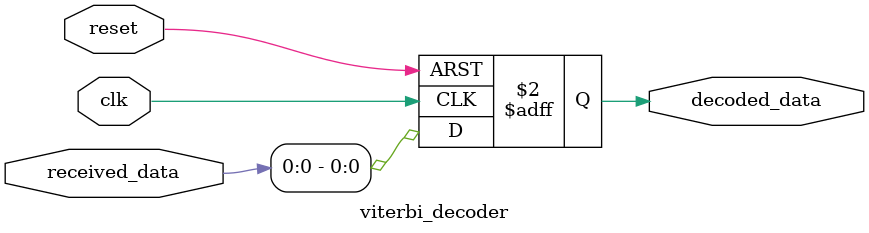
<source format=v>
module viterbi_decoder (
    input clk,
    input reset,
    input [1:0] received_data,
    output reg decoded_data
);

always @(posedge clk or posedge reset) begin
    if (reset) begin
        decoded_data <= 0;
    end else begin
        decoded_data <= received_data[0]; 
    end
end

endmodule

</source>
